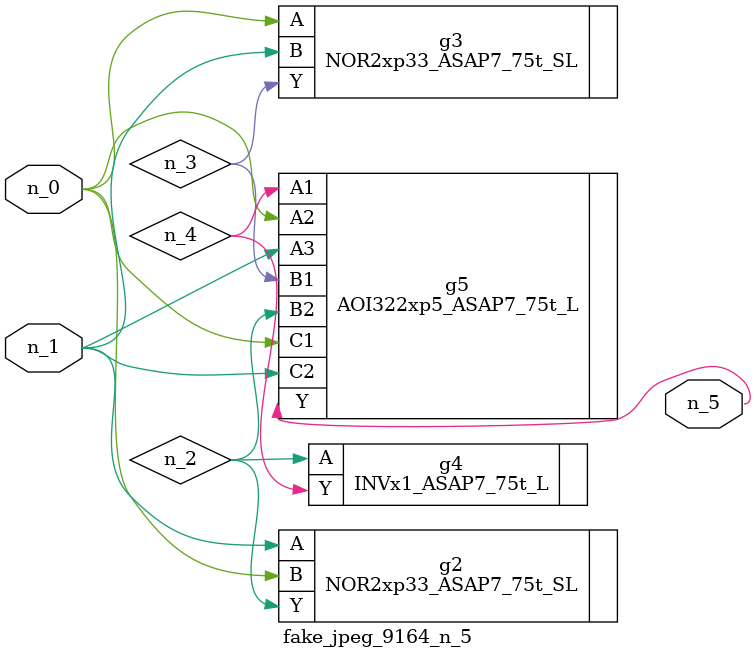
<source format=v>
module fake_jpeg_9164_n_5 (n_0, n_1, n_5);

input n_0;
input n_1;

output n_5;

wire n_3;
wire n_2;
wire n_4;

NOR2xp33_ASAP7_75t_SL g2 ( 
.A(n_1),
.B(n_0),
.Y(n_2)
);

NOR2xp33_ASAP7_75t_SL g3 ( 
.A(n_0),
.B(n_1),
.Y(n_3)
);

INVx1_ASAP7_75t_L g4 ( 
.A(n_2),
.Y(n_4)
);

AOI322xp5_ASAP7_75t_L g5 ( 
.A1(n_4),
.A2(n_0),
.A3(n_1),
.B1(n_3),
.B2(n_2),
.C1(n_0),
.C2(n_1),
.Y(n_5)
);


endmodule
</source>
